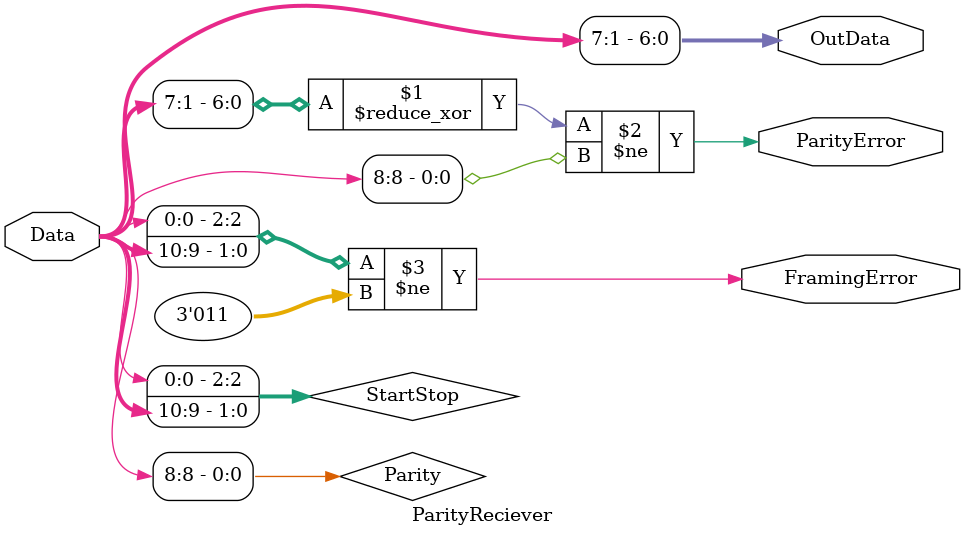
<source format=v>
module ParityReciever(Data, OutData, ParityError, FramingError);
	// No Clock and Reset in this block as it is purely combinational logic.
	
	// Input for Data (width 11)
	input [10:0] Data;
	
	//Output for Data width 6
	output [6:0] OutData;
	//output for ParityErrors and Framing errors
	output ParityError, FramingError;
	
	// Wires for start, stop and parity
	wire Parity;
	wire [2:0]StartStop;
	
	// Assign The output to the relevant data
	assign OutData[6:0] = Data[7:1];
	
	//Assign the parity
	assign Parity = Data[8];
	// Assign the concocted start and stop bits
	assign StartStop[2:0] = {Data[0], Data[10:9]};
	
	// Check if the parity bit corrosponds to data parity
	assign ParityError = ^OutData != Parity;
	//Check if the start stop bits corrospond with the expected start and stop bits
	assign FramingError = (StartStop != 3'b011);	

endmodule

</source>
